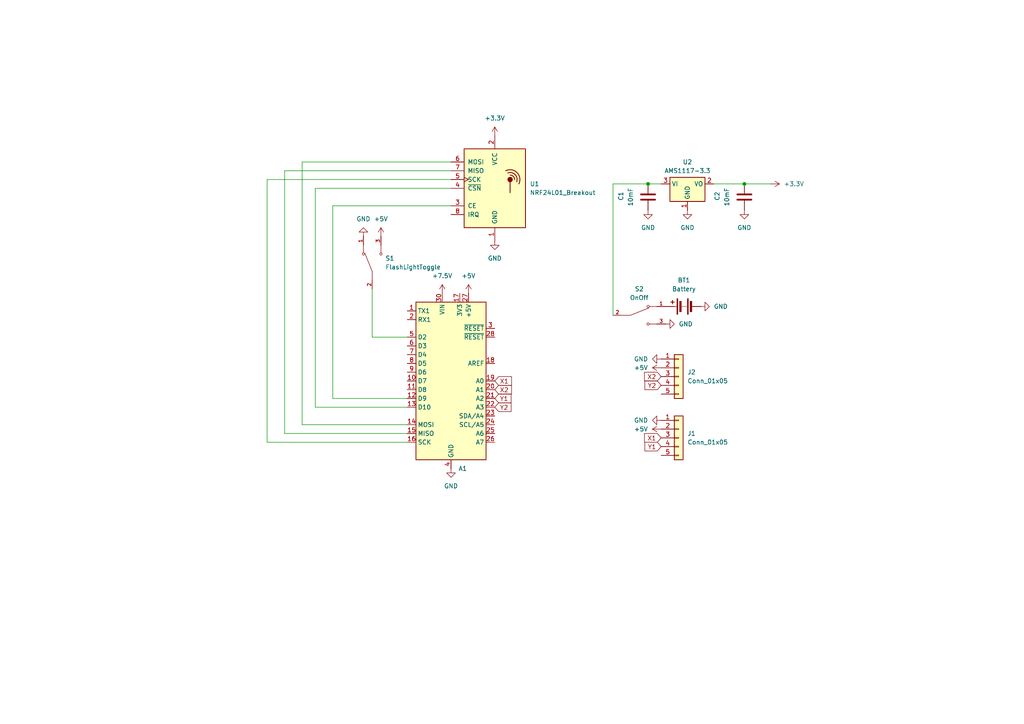
<source format=kicad_sch>
(kicad_sch (version 20250114) (generator "eeschema") (generator_version "9.0")
  (paper "A4")
  (lib_symbols
    (symbol "Connector_Generic:Conn_01x05" (pin_names (offset 1.016) (hide yes))
      (property "Reference" "J" (at 0 7.62 0))
      (property "Value" "Conn_01x05" (at 0 -7.62 0))
      (symbol "Conn_01x05_1_1"
        (rectangle (start -1.27 6.35) (end 1.27 -6.35) (stroke (width 0.254)) (fill (type background)))
        (rectangle (start -1.27 5.207) (end 0 4.953) (stroke (width 0.1524)))
        (rectangle (start -1.27 2.667) (end 0 2.413) (stroke (width 0.1524)))
        (rectangle (start -1.27 0.127) (end 0 -0.127) (stroke (width 0.1524)))
        (rectangle (start -1.27 -2.413) (end 0 -2.667) (stroke (width 0.1524)))
        (rectangle (start -1.27 -4.953) (end 0 -5.207) (stroke (width 0.1524)))
        (pin passive line (at -5.08 5.08 0) (length 3.81) (name "Pin_1") (number "1"))
        (pin passive line (at -5.08 2.54 0) (length 3.81) (name "Pin_2") (number "2"))
        (pin passive line (at -5.08 0 0) (length 3.81) (name "Pin_3") (number "3"))
        (pin passive line (at -5.08 -2.54 0) (length 3.81) (name "Pin_4") (number "4"))
        (pin passive line (at -5.08 -5.08 0) (length 3.81) (name "Pin_5") (number "5"))
      )
    )
    (symbol "Device:Battery" (pin_numbers (hide yes)) (pin_names (offset 0) (hide yes))
      (property "Reference" "BT" (at 2.54 2.54 0))
      (property "Value" "Battery" (at 2.54 0 0))
      (symbol "Battery_0_1"
        (rectangle (start -2.286 1.778) (end 2.286 1.524) (fill (type outline)))
        (rectangle (start -2.286 -1.27) (end 2.286 -1.524) (fill (type outline)))
        (rectangle (start -1.524 1.016) (end 1.524 0.508) (fill (type outline)))
        (rectangle (start -1.524 -2.032) (end 1.524 -2.54) (fill (type outline)))
        (polyline (pts (xy 0 1.778) (xy 0 2.54)))
        (polyline (pts (xy 0 0) (xy 0 0.254)))
        (polyline (pts (xy 0 -0.508) (xy 0 -0.254)))
        (polyline (pts (xy 0 -1.016) (xy 0 -0.762)))
        (polyline (pts (xy 0.762 3.048) (xy 1.778 3.048)) (stroke (width 0.254)))
        (polyline (pts (xy 1.27 3.556) (xy 1.27 2.54)) (stroke (width 0.254)))
      )
      (symbol "Battery_1_1"
        (pin passive line (at 0 5.08 270) (length 2.54) (name "+") (number "1"))
        (pin passive line (at 0 -5.08 90) (length 2.54) (name "-") (number "2"))
      )
    )
    (symbol "Device:C" (pin_numbers (hide yes)) (pin_names (offset 0.254))
      (property "Reference" "C" (at 0.635 2.54 0))
      (property "Value" "C" (at 0.635 -2.54 0))
      (symbol "C_0_1"
        (polyline (pts (xy -2.032 0.762) (xy 2.032 0.762)) (stroke (width 0.508)))
        (polyline (pts (xy -2.032 -0.762) (xy 2.032 -0.762)) (stroke (width 0.508)))
      )
      (symbol "C_1_1"
        (pin passive line (at 0 3.81 270) (length 2.794) (name "~") (number "1"))
        (pin passive line (at 0 -3.81 90) (length 2.794) (name "~") (number "2"))
      )
    )
    (symbol "MCU_Module:Arduino_Nano_Every"
      (property "Reference" "A" (at -10.16 23.495 0))
      (property "Value" "Arduino_Nano_Every" (at 5.08 -24.13 0))
      (symbol "Arduino_Nano_Every_0_1"
        (rectangle (start -10.16 22.86) (end 10.16 -22.86) (stroke (width 0.254)) (fill (type background)))
      )
      (symbol "Arduino_Nano_Every_1_1"
        (pin bidirectional line (at -12.7 20.32 0) (length 2.54) (name "TX1") (number "1"))
        (pin bidirectional line (at -12.7 17.78 0) (length 2.54) (name "RX1") (number "2"))
        (pin bidirectional line (at -12.7 12.7 0) (length 2.54) (name "D2") (number "5"))
        (pin bidirectional line (at -12.7 10.16 0) (length 2.54) (name "D3") (number "6"))
        (pin bidirectional line (at -12.7 7.62 0) (length 2.54) (name "D4") (number "7"))
        (pin bidirectional line (at -12.7 5.08 0) (length 2.54) (name "D5") (number "8"))
        (pin bidirectional line (at -12.7 2.54 0) (length 2.54) (name "D6") (number "9"))
        (pin bidirectional line (at -12.7 0 0) (length 2.54) (name "D7") (number "10"))
        (pin bidirectional line (at -12.7 -2.54 0) (length 2.54) (name "D8") (number "11"))
        (pin bidirectional line (at -12.7 -5.08 0) (length 2.54) (name "D9") (number "12"))
        (pin bidirectional line (at -12.7 -7.62 0) (length 2.54) (name "D10") (number "13"))
        (pin bidirectional line (at -12.7 -12.7 0) (length 2.54) (name "MOSI") (number "14"))
        (pin bidirectional line (at -12.7 -15.24 0) (length 2.54) (name "MISO") (number "15"))
        (pin bidirectional line (at -12.7 -17.78 0) (length 2.54) (name "SCK") (number "16"))
        (pin power_in line (at -2.54 25.4 270) (length 2.54) (name "VIN") (number "30"))
        (pin passive line (at 0 -25.4 90) (length 2.54) (hide yes) (name "GND") (number "29"))
        (pin power_in line (at 0 -25.4 90) (length 2.54) (name "GND") (number "4"))
        (pin power_out line (at 2.54 25.4 270) (length 2.54) (name "3V3") (number "17"))
        (pin power_out line (at 5.08 25.4 270) (length 2.54) (name "+5V") (number "27"))
        (pin input line (at 12.7 15.24 180) (length 2.54) (name "~{RESET}") (number "3"))
        (pin input line (at 12.7 12.7 180) (length 2.54) (name "~{RESET}") (number "28"))
        (pin input line (at 12.7 5.08 180) (length 2.54) (name "AREF") (number "18"))
        (pin bidirectional line (at 12.7 0 180) (length 2.54) (name "A0") (number "19"))
        (pin bidirectional line (at 12.7 -2.54 180) (length 2.54) (name "A1") (number "20"))
        (pin bidirectional line (at 12.7 -5.08 180) (length 2.54) (name "A2") (number "21"))
        (pin bidirectional line (at 12.7 -7.62 180) (length 2.54) (name "A3") (number "22"))
        (pin bidirectional line (at 12.7 -10.16 180) (length 2.54) (name "SDA/A4") (number "23"))
        (pin bidirectional line (at 12.7 -12.7 180) (length 2.54) (name "SCL/A5") (number "24"))
        (pin bidirectional line (at 12.7 -15.24 180) (length 2.54) (name "A6") (number "25"))
        (pin bidirectional line (at 12.7 -17.78 180) (length 2.54) (name "A7") (number "26"))
      )
    )
    (symbol "RF:NRF24L01_Breakout" (pin_names (offset 1.016))
      (property "Reference" "U" (at -8.89 12.7 0))
      (property "Value" "NRF24L01_Breakout" (at 3.81 12.7 0))
      (symbol "NRF24L01_Breakout_0_1"
        (rectangle (start -8.89 11.43) (end 8.89 -11.43) (stroke (width 0.254)) (fill (type background)))
        (arc (start 3.175 5.08) (mid 6.453 4.548) (end 6.985 1.27) (stroke (width 0.254)))
        (circle (center 4.445 2.54) (radius 0.635) (stroke (width 0.254)) (fill (type outline)))
        (polyline (pts (xy 4.445 1.905) (xy 4.445 -1.27)) (stroke (width 0.254)))
        (arc (start 3.81 4.445) (mid 5.8835 3.9785) (end 6.35 1.905) (stroke (width 0.254)))
        (arc (start 4.445 3.81) (mid 5.3558 3.4508) (end 5.715 2.54) (stroke (width 0.254)))
      )
      (symbol "NRF24L01_Breakout_1_1"
        (pin input line (at -12.7 7.62 0) (length 3.81) (name "MOSI") (number "6"))
        (pin output line (at -12.7 5.08 0) (length 3.81) (name "MISO") (number "7"))
        (pin input clock (at -12.7 2.54 0) (length 3.81) (name "SCK") (number "5"))
        (pin input line (at -12.7 0 0) (length 3.81) (name "~{CSN}") (number "4"))
        (pin input line (at -12.7 -5.08 0) (length 3.81) (name "CE") (number "3"))
        (pin output line (at -12.7 -7.62 0) (length 3.81) (name "IRQ") (number "8"))
        (pin power_in line (at 0 15.24 270) (length 3.81) (name "VCC") (number "2"))
        (pin power_in line (at 0 -15.24 90) (length 3.81) (name "GND") (number "1"))
      )
    )
    (symbol "Regulator_Linear:AMS1117-3.3"
      (property "Reference" "U" (at -3.81 3.175 0))
      (property "Value" "AMS1117-3.3" (at 0 3.175 0))
      (symbol "AMS1117-3.3_0_1"
        (rectangle (start -5.08 -5.08) (end 5.08 1.905) (stroke (width 0.254)) (fill (type background)))
      )
      (symbol "AMS1117-3.3_1_1"
        (pin power_in line (at -7.62 0 0) (length 2.54) (name "VI") (number "3"))
        (pin power_in line (at 0 -7.62 90) (length 2.54) (name "GND") (number "1"))
        (pin power_out line (at 7.62 0 180) (length 2.54) (name "VO") (number "2"))
      )
    )
    (symbol "ToggleSwitch:100SP1T1B4M2QE" (pin_names (offset 1.016))
      (property "Reference" "S" (at -2.54 5.08 0))
      (property "Value" "100SP1T1B4M2QE" (at -2.54 -5.08 0))
      (symbol "100SP1T1B4M2QE_0_0"
        (polyline (pts (xy -2.54 0) (xy -5.08 0)) (stroke (width 0.1524)))
        (polyline (pts (xy -2.54 0) (xy 2.794 2.1336)) (stroke (width 0.1524)))
        (circle (center 2.54 2.54) (radius 0.3302) (stroke (width 0.1524)))
        (circle (center 2.54 -2.54) (radius 0.3302) (stroke (width 0.1524)))
        (polyline (pts (xy 5.08 2.54) (xy 2.921 2.54)) (stroke (width 0.1524)))
        (polyline (pts (xy 5.08 -2.54) (xy 2.921 -2.54)) (stroke (width 0.1524)))
        (pin passive line (at -7.62 0 0) (length 2.54) (name "~") (number "2"))
        (pin passive line (at 7.62 2.54 180) (length 2.54) (name "~") (number "1"))
        (pin passive line (at 7.62 -2.54 180) (length 2.54) (name "~") (number "3"))
      )
    )
    (symbol "power:+3.3V" (power) (pin_numbers (hide yes)) (pin_names (offset 0) (hide yes))
      (property "Value" "+3.3V" (at 0 3.556 0))
      (symbol "+3.3V_0_1"
        (polyline (pts (xy -0.762 1.27) (xy 0 2.54)))
        (polyline (pts (xy 0 2.54) (xy 0.762 1.27)))
        (polyline (pts (xy 0 0) (xy 0 2.54)))
      )
      (symbol "+3.3V_1_1"
        (pin power_in line (at 0 0 90) (length 0) (name "~") (number "1"))
      )
    )
    (symbol "power:+5V" (power) (pin_numbers (hide yes)) (pin_names (offset 0) (hide yes))
      (property "Value" "+5V" (at 0 3.556 0))
      (symbol "+5V_0_1"
        (polyline (pts (xy -0.762 1.27) (xy 0 2.54)))
        (polyline (pts (xy 0 2.54) (xy 0.762 1.27)))
        (polyline (pts (xy 0 0) (xy 0 2.54)))
      )
      (symbol "+5V_1_1"
        (pin power_in line (at 0 0 90) (length 0) (name "~") (number "1"))
      )
    )
    (symbol "power:+7.5V" (power) (pin_numbers (hide yes)) (pin_names (offset 0) (hide yes))
      (property "Value" "+7.5V" (at 0 3.556 0))
      (symbol "+7.5V_0_1"
        (polyline (pts (xy -0.762 1.27) (xy 0 2.54)))
        (polyline (pts (xy 0 2.54) (xy 0.762 1.27)))
        (polyline (pts (xy 0 0) (xy 0 2.54)))
      )
      (symbol "+7.5V_1_1"
        (pin power_in line (at 0 0 90) (length 0) (name "~") (number "1"))
      )
    )
    (symbol "power:GND" (power) (pin_numbers (hide yes)) (pin_names (offset 0) (hide yes))
      (property "Value" "GND" (at 0 -3.81 0))
      (symbol "GND_0_1"
        (polyline (pts (xy 0 0) (xy 0 -1.27) (xy 1.27 -1.27) (xy 0 -2.54) (xy -1.27 -1.27) (xy 0 -1.27)))
      )
      (symbol "GND_1_1"
        (pin power_in line (at 0 0 270) (length 0) (name "~") (number "1"))
      )
    )
  )
  (junction (at 187.96 53.34))
  (junction (at 215.9 53.34))
  (wire (pts (xy 87.63 46.99) (xy 87.63 123.19)))
  (wire (pts (xy 82.55 125.73) (xy 118.11 125.73)))
  (wire (pts (xy 107.95 83.82) (xy 107.95 97.79)))
  (wire (pts (xy 177.8 53.34) (xy 177.8 91.44)))
  (wire (pts (xy 177.8 53.34) (xy 187.96 53.34)))
  (wire (pts (xy 130.81 54.61) (xy 91.44 54.61)))
  (wire (pts (xy 215.9 53.34) (xy 223.52 53.34)))
  (wire (pts (xy 82.55 49.53) (xy 82.55 125.73)))
  (wire (pts (xy 77.47 128.27) (xy 118.11 128.27)))
  (wire (pts (xy 130.81 46.99) (xy 87.63 46.99)))
  (wire (pts (xy 130.81 49.53) (xy 82.55 49.53)))
  (wire (pts (xy 207.01 53.34) (xy 215.9 53.34)))
  (wire (pts (xy 130.81 59.69) (xy 96.52 59.69)))
  (wire (pts (xy 96.52 59.69) (xy 96.52 115.57)))
  (wire (pts (xy 91.44 54.61) (xy 91.44 118.11)))
  (wire (pts (xy 187.96 53.34) (xy 191.77 53.34)))
  (wire (pts (xy 87.63 123.19) (xy 118.11 123.19)))
  (wire (pts (xy 130.81 52.07) (xy 77.47 52.07)))
  (wire (pts (xy 96.52 115.57) (xy 118.11 115.57)))
  (wire (pts (xy 77.47 52.07) (xy 77.47 128.27)))
  (wire (pts (xy 91.44 118.11) (xy 118.11 118.11)))
  (wire (pts (xy 107.95 97.79) (xy 118.11 97.79)))
  (global_label "X2" (shape input) (at 191.77 109.22 180) (property "Intersheetrefs" "${INTERSHEET_REFS}" (effects (hide yes))))
  (global_label "X1" (shape input) (at 191.77 127 180) (property "Intersheetrefs" "${INTERSHEET_REFS}" (effects (hide yes))))
  (global_label "X2" (shape input) (at 143.51 113.03 0) (property "Intersheetrefs" "${INTERSHEET_REFS}" (effects (hide yes))))
  (global_label "Y2" (shape input) (at 143.51 118.11 0) (property "Intersheetrefs" "${INTERSHEET_REFS}" (effects (hide yes))))
  (global_label "X1" (shape input) (at 143.51 110.49 0) (property "Intersheetrefs" "${INTERSHEET_REFS}" (effects (hide yes))))
  (global_label "Y2" (shape input) (at 191.77 111.76 180) (property "Intersheetrefs" "${INTERSHEET_REFS}" (effects (hide yes))))
  (global_label "Y1" (shape input) (at 191.77 129.54 180) (property "Intersheetrefs" "${INTERSHEET_REFS}" (effects (hide yes))))
  (global_label "Y1" (shape input) (at 143.51 115.57 0) (property "Intersheetrefs" "${INTERSHEET_REFS}" (effects (hide yes))))
  (symbol (lib_id "Device:C") (at 215.9 57.15 180) (unit 1)
    (property "Reference" "C2" (at 208.026 56.896 90))
    (property "Value" "10mF" (at 210.82 57.15 90))
    (property "Footprint" "Capacitor_THT:CP_Radial_D8.0mm_P5.00mm" (effects (hide yes)))
    (property "Description" "Unpolarized capacitor" (effects (hide yes)))
  )
  (symbol (lib_id "MCU_Module:Arduino_Nano_Every") (at 130.81 110.49 0) (unit 1)
    (property "Reference" "A1" (at 132.9533 135.89 0) (effects (justify left)))
    (property "Value" "Arduino_Nano_Every" (effects (hide yes)))
    (property "Footprint" "Module:Arduino_Nano" (effects (hide yes)))
    (property "Datasheet" "https://content.arduino.cc/assets/NANOEveryV3.0_sch.pdf" (effects (hide yes)))
    (property "Description" "Arduino Nano Every" (effects (hide yes)))
  )
  (symbol (lib_id "power:+5V") (at 191.77 124.46 90) (unit 1)
    (property "Reference" "#PWR02" (effects (hide yes)))
    (property "Value" "+5V" (at 187.96 124.4599 90) (effects (justify left)))
    (property "Description" "Power symbol creates a global label with name \"+5V\"" (effects (hide yes)))
  )
  (symbol (lib_id "ToggleSwitch:100SP1T1B4M2QE") (at 107.95 76.2 90) (unit 1)
    (property "Reference" "S1" (at 111.76 74.9299 90) (effects (justify right)))
    (property "Value" "FlashLightToggle" (at 111.76 77.4699 90) (effects (justify right)))
    (property "Footprint" "Button_Switch_THT:SW_Slide_SPDT_Straight_CK_OS102011MS2Q" (effects (hide yes)))
    (property "MF" "E-Switch" (effects (hide yes)))
    (property "MAXIMUM_PACKAGE_HEIGHT" "29.68 mm" (effects (hide yes)))
    (property "Package" "None" (effects (hide yes)))
    (property "Price" "None" (effects (hide yes)))
    (property "Check_prices" "https://www.snapeda.com/parts/100SP1T1B4M2QE/E-Switch/view-part/?ref=eda" (effects (hide yes)))
    (property "STANDARD" "Manufacturer Recommendations" (effects (hide yes)))
    (property "PARTREV" "E" (effects (hide yes)))
    (property "SnapEDA_Link" "https://www.snapeda.com/parts/100SP1T1B4M2QE/E-Switch/view-part/?ref=snap" (effects (hide yes)))
    (property "MP" "100SP1T1B4M2QE" (effects (hide yes)))
    (property "Description_1" "Series 100 Switches - Toggle Switches (Miniature)" (effects (hide yes)))
    (property "Availability" "In Stock" (effects (hide yes)))
    (property "MANUFACTURER" "E-Switch" (effects (hide yes)))
  )
  (symbol (lib_id "power:GND") (at 191.77 104.14 270) (unit 1)
    (property "Reference" "#PWR03" (effects (hide yes)))
    (property "Value" "GND" (at 187.96 104.1399 90) (effects (justify right)))
    (property "Description" "Power symbol creates a global label with name \"GND\" , ground" (effects (hide yes)))
  )
  (symbol (lib_id "power:+5V") (at 135.89 85.09 0) (unit 1)
    (property "Reference" "#PWR017" (effects (hide yes)))
    (property "Value" "+5V" (at 135.89 80.01 0))
    (property "Description" "Power symbol creates a global label with name \"+5V\"" (effects (hide yes)))
  )
  (symbol (lib_id "Device:C") (at 187.96 57.15 180) (unit 1)
    (property "Reference" "C1" (at 180.086 56.896 90))
    (property "Value" "10mF" (at 182.88 57.15 90))
    (property "Footprint" "Capacitor_THT:CP_Radial_D8.0mm_P5.00mm" (effects (hide yes)))
    (property "Description" "Unpolarized capacitor" (effects (hide yes)))
  )
  (symbol (lib_id "power:GND") (at 191.77 121.92 270) (unit 1)
    (property "Reference" "#PWR01" (effects (hide yes)))
    (property "Value" "GND" (at 187.96 121.9199 90) (effects (justify right)))
    (property "Description" "Power symbol creates a global label with name \"GND\" , ground" (effects (hide yes)))
  )
  (symbol (lib_id "power:GND") (at 187.96 60.96 0) (unit 1)
    (property "Reference" "#PWR012" (effects (hide yes)))
    (property "Value" "GND" (at 187.96 66.04 0))
    (property "Description" "Power symbol creates a global label with name \"GND\" , ground" (effects (hide yes)))
  )
  (symbol (lib_id "power:GND") (at 203.2 88.9 90) (unit 1)
    (property "Reference" "#PWR011" (effects (hide yes)))
    (property "Value" "GND" (at 207.01 88.8999 90) (effects (justify right)))
    (property "Description" "Power symbol creates a global label with name \"GND\" , ground" (effects (hide yes)))
  )
  (symbol (lib_id "power:GND") (at 199.39 60.96 0) (unit 1)
    (property "Reference" "#PWR014" (effects (hide yes)))
    (property "Value" "GND" (at 199.39 66.04 0))
    (property "Description" "Power symbol creates a global label with name \"GND\" , ground" (effects (hide yes)))
  )
  (symbol (lib_id "power:+3.3V") (at 143.51 39.37 0) (unit 1)
    (property "Reference" "#PWR07" (effects (hide yes)))
    (property "Value" "+3.3V" (at 143.51 34.29 0))
    (property "Description" "Power symbol creates a global label with name \"+3.3V\"" (effects (hide yes)))
  )
  (symbol (lib_id "power:+7.5V") (at 128.27 85.09 0) (unit 1)
    (property "Reference" "#PWR08" (effects (hide yes)))
    (property "Value" "+7.5V" (at 128.27 80.01 0))
    (property "Description" "Power symbol creates a global label with name \"+7.5V\"" (effects (hide yes)))
  )
  (symbol (lib_id "Regulator_Linear:AMS1117-3.3") (at 199.39 53.34 0) (unit 1)
    (property "Reference" "U2" (at 199.39 46.99 0))
    (property "Value" "AMS1117-3.3" (at 199.39 49.53 0))
    (property "Footprint" "Package_TO_SOT_SMD:SOT-223-3_TabPin2" (effects (hide yes)))
    (property "Datasheet" "http://www.advanced-monolithic.com/pdf/ds1117.pdf" (effects (hide yes)))
    (property "Description" "1A Low Dropout regulator, positive, 3.3V fixed output, SOT-223" (effects (hide yes)))
  )
  (symbol (lib_id "power:GND") (at 143.51 69.85 0) (unit 1)
    (property "Reference" "#PWR05" (effects (hide yes)))
    (property "Value" "GND" (at 143.51 74.93 0))
    (property "Description" "Power symbol creates a global label with name \"GND\" , ground" (effects (hide yes)))
  )
  (symbol (lib_id "ToggleSwitch:100SP1T1B4M2QE") (at 185.42 91.44 0) (unit 1)
    (property "Reference" "S2" (at 185.42 83.82 0))
    (property "Value" "OnOff" (at 185.42 86.36 0))
    (property "Footprint" "Button_Switch_THT:SW_Slide_SPDT_Straight_CK_OS102011MS2Q" (effects (hide yes)))
    (property "MF" "E-Switch" (effects (hide yes)))
    (property "MAXIMUM_PACKAGE_HEIGHT" "29.68 mm" (effects (hide yes)))
    (property "Package" "None" (effects (hide yes)))
    (property "Price" "None" (effects (hide yes)))
    (property "Check_prices" "https://www.snapeda.com/parts/100SP1T1B4M2QE/E-Switch/view-part/?ref=eda" (effects (hide yes)))
    (property "STANDARD" "Manufacturer Recommendations" (effects (hide yes)))
    (property "PARTREV" "E" (effects (hide yes)))
    (property "SnapEDA_Link" "https://www.snapeda.com/parts/100SP1T1B4M2QE/E-Switch/view-part/?ref=snap" (effects (hide yes)))
    (property "MP" "100SP1T1B4M2QE" (effects (hide yes)))
    (property "Description_1" "Series 100 Switches - Toggle Switches (Miniature)" (effects (hide yes)))
    (property "Availability" "In Stock" (effects (hide yes)))
    (property "MANUFACTURER" "E-Switch" (effects (hide yes)))
  )
  (symbol (lib_id "power:GND") (at 105.41 68.58 180) (unit 1)
    (property "Reference" "#PWR010" (effects (hide yes)))
    (property "Value" "GND" (at 105.41 63.5 0))
    (property "Description" "Power symbol creates a global label with name \"GND\" , ground" (effects (hide yes)))
  )
  (symbol (lib_id "Connector_Generic:Conn_01x05") (at 196.85 127 0) (unit 1)
    (property "Reference" "J1" (at 199.39 125.7299 0) (effects (justify left)))
    (property "Value" "Conn_01x05" (at 199.39 128.2699 0) (effects (justify left)))
    (property "Footprint" "Connector_PinHeader_2.54mm:PinHeader_1x05_P2.54mm_Vertical" (effects (hide yes)))
    (property "Description" "Generic connector, single row, 01x05, script generated (kicad-library-utils/schlib/autogen/connector/)" (effects (hide yes)))
  )
  (symbol (lib_id "power:GND") (at 193.04 93.98 90) (unit 1)
    (property "Reference" "#PWR016" (effects (hide yes)))
    (property "Value" "GND" (at 196.85 93.9799 90) (effects (justify right)))
    (property "Description" "Power symbol creates a global label with name \"GND\" , ground" (effects (hide yes)))
  )
  (symbol (lib_id "power:GND") (at 130.81 135.89 0) (unit 1)
    (property "Reference" "#PWR06" (effects (hide yes)))
    (property "Value" "GND" (at 130.81 140.97 0))
    (property "Description" "Power symbol creates a global label with name \"GND\" , ground" (effects (hide yes)))
  )
  (symbol (lib_id "power:+5V") (at 191.77 106.68 90) (unit 1)
    (property "Reference" "#PWR04" (effects (hide yes)))
    (property "Value" "+5V" (at 187.96 106.6799 90) (effects (justify left)))
    (property "Description" "Power symbol creates a global label with name \"+5V\"" (effects (hide yes)))
  )
  (symbol (lib_id "RF:NRF24L01_Breakout") (at 143.51 54.61 0) (unit 1)
    (property "Reference" "U1" (at 153.67 53.3399 0) (effects (justify left)))
    (property "Value" "NRF24L01_Breakout" (at 153.67 55.8799 0) (effects (justify left)))
    (property "Footprint" "RF_Module:nRF24L01_Breakout" (effects (hide yes)))
    (property "Datasheet" "http://www.nordicsemi.com/eng/content/download/2730/34105/file/nRF24L01_Product_Specification_v2_0.pdf" (effects (hide yes)))
    (property "Description" "Ultra low power 2.4GHz RF Transceiver, Carrier PCB" (effects (hide yes)))
  )
  (symbol (lib_id "Connector_Generic:Conn_01x05") (at 196.85 109.22 0) (unit 1)
    (property "Reference" "J2" (at 199.39 107.9499 0) (effects (justify left)))
    (property "Value" "Conn_01x05" (at 199.39 110.4899 0) (effects (justify left)))
    (property "Footprint" "Connector_PinHeader_2.54mm:PinHeader_1x05_P2.54mm_Vertical" (effects (hide yes)))
    (property "Description" "Generic connector, single row, 01x05, script generated (kicad-library-utils/schlib/autogen/connector/)" (effects (hide yes)))
  )
  (symbol (lib_id "Device:Battery") (at 198.12 88.9 90) (unit 1)
    (property "Reference" "BT1" (at 198.374 81.28 90))
    (property "Value" "Battery" (at 198.374 83.82 90))
    (property "Footprint" "Connector_PinHeader_2.54mm:PinHeader_1x02_P2.54mm_Vertical" (effects (hide yes)))
    (property "Description" "Multiple-cell battery" (effects (hide yes)))
  )
  (symbol (lib_id "power:GND") (at 215.9 60.96 0) (unit 1)
    (property "Reference" "#PWR013" (effects (hide yes)))
    (property "Value" "GND" (at 215.9 66.04 0))
    (property "Description" "Power symbol creates a global label with name \"GND\" , ground" (effects (hide yes)))
  )
  (symbol (lib_id "power:+5V") (at 110.49 68.58 0) (unit 1)
    (property "Reference" "#PWR09" (effects (hide yes)))
    (property "Value" "+5V" (at 110.49 63.5 0))
    (property "Description" "Power symbol creates a global label with name \"+5V\"" (effects (hide yes)))
  )
  (symbol (lib_id "power:+3.3V") (at 223.52 53.34 270) (unit 1)
    (property "Reference" "#PWR015" (effects (hide yes)))
    (property "Value" "+3.3V" (at 227.33 53.3399 90) (effects (justify left)))
    (property "Description" "Power symbol creates a global label with name \"+3.3V\"" (effects (hide yes)))
  )
)
</source>
